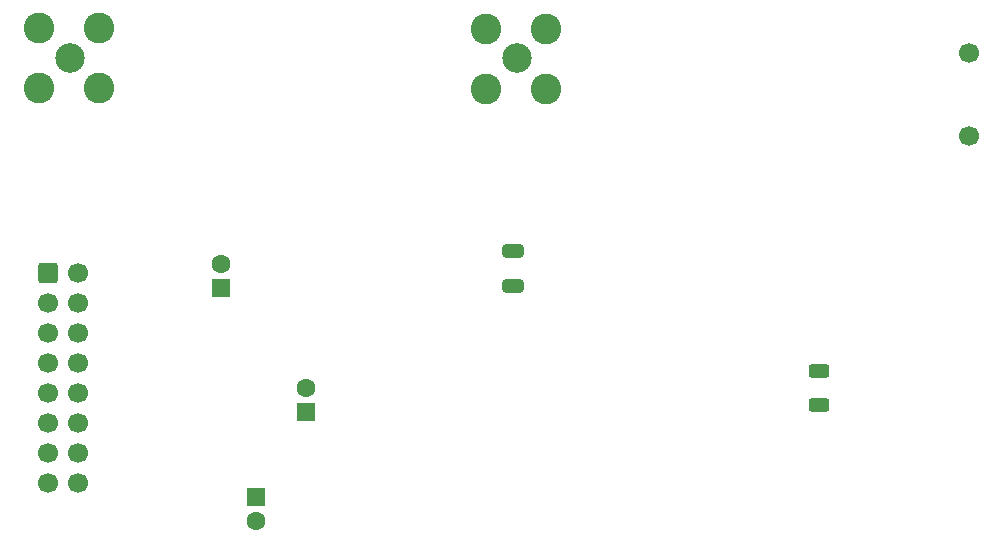
<source format=gbs>
G04 #@! TF.GenerationSoftware,KiCad,Pcbnew,7.0.9*
G04 #@! TF.CreationDate,2023-11-18T09:13:53-05:00*
G04 #@! TF.ProjectId,qsd4,71736434-2e6b-4696-9361-645f70636258,rev?*
G04 #@! TF.SameCoordinates,Original*
G04 #@! TF.FileFunction,Soldermask,Bot*
G04 #@! TF.FilePolarity,Negative*
%FSLAX46Y46*%
G04 Gerber Fmt 4.6, Leading zero omitted, Abs format (unit mm)*
G04 Created by KiCad (PCBNEW 7.0.9) date 2023-11-18 09:13:53*
%MOMM*%
%LPD*%
G01*
G04 APERTURE LIST*
G04 Aperture macros list*
%AMRoundRect*
0 Rectangle with rounded corners*
0 $1 Rounding radius*
0 $2 $3 $4 $5 $6 $7 $8 $9 X,Y pos of 4 corners*
0 Add a 4 corners polygon primitive as box body*
4,1,4,$2,$3,$4,$5,$6,$7,$8,$9,$2,$3,0*
0 Add four circle primitives for the rounded corners*
1,1,$1+$1,$2,$3*
1,1,$1+$1,$4,$5*
1,1,$1+$1,$6,$7*
1,1,$1+$1,$8,$9*
0 Add four rect primitives between the rounded corners*
20,1,$1+$1,$2,$3,$4,$5,0*
20,1,$1+$1,$4,$5,$6,$7,0*
20,1,$1+$1,$6,$7,$8,$9,0*
20,1,$1+$1,$8,$9,$2,$3,0*%
G04 Aperture macros list end*
%ADD10R,1.600000X1.600000*%
%ADD11C,1.600000*%
%ADD12C,2.600000*%
%ADD13C,2.500000*%
%ADD14C,1.700000*%
%ADD15RoundRect,0.250000X-0.600000X-0.600000X0.600000X-0.600000X0.600000X0.600000X-0.600000X0.600000X0*%
%ADD16RoundRect,0.250000X0.650000X-0.325000X0.650000X0.325000X-0.650000X0.325000X-0.650000X-0.325000X0*%
%ADD17RoundRect,0.250000X-0.625000X0.312500X-0.625000X-0.312500X0.625000X-0.312500X0.625000X0.312500X0*%
G04 APERTURE END LIST*
D10*
X125050000Y-74300000D03*
D11*
X125050000Y-72300000D03*
D10*
X120850000Y-81500000D03*
D11*
X120850000Y-83500000D03*
D12*
X102495000Y-41825000D03*
X102495000Y-46905000D03*
X107575000Y-41825000D03*
X107575000Y-46905000D03*
D13*
X105135000Y-44290000D03*
D12*
X140310000Y-41890000D03*
X140310000Y-46970000D03*
X145390000Y-41890000D03*
X145390000Y-46970000D03*
D13*
X142950000Y-44355000D03*
D14*
X181230000Y-43930000D03*
X181230000Y-50930000D03*
D10*
X117900000Y-63775000D03*
D11*
X117900000Y-61775000D03*
D15*
X103210000Y-62500000D03*
D14*
X105750000Y-62500000D03*
X103210000Y-65040000D03*
X105750000Y-65040000D03*
X103210000Y-67580000D03*
X105750000Y-67580000D03*
X103210000Y-70120000D03*
X105750000Y-70120000D03*
X103210000Y-72660000D03*
X105750000Y-72660000D03*
X103210000Y-75200000D03*
X105750000Y-75200000D03*
X103210000Y-77740000D03*
X105750000Y-77740000D03*
X103210000Y-80280000D03*
X105750000Y-80280000D03*
D16*
X142625000Y-63625000D03*
X142625000Y-60675000D03*
D17*
X168529000Y-70800500D03*
X168529000Y-73725500D03*
M02*

</source>
